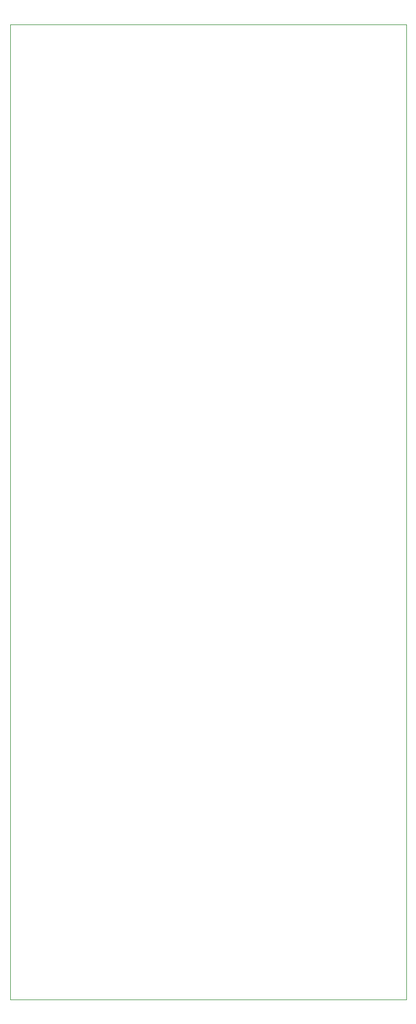
<source format=gbr>
%TF.GenerationSoftware,KiCad,Pcbnew,5.1.6-c6e7f7d~87~ubuntu20.04.1*%
%TF.CreationDate,2020-10-18T20:27:09-04:00*%
%TF.ProjectId,stereoout,73746572-656f-46f7-9574-2e6b69636164,rev?*%
%TF.SameCoordinates,Original*%
%TF.FileFunction,Profile,NP*%
%FSLAX46Y46*%
G04 Gerber Fmt 4.6, Leading zero omitted, Abs format (unit mm)*
G04 Created by KiCad (PCBNEW 5.1.6-c6e7f7d~87~ubuntu20.04.1) date 2020-10-18 20:27:09*
%MOMM*%
%LPD*%
G01*
G04 APERTURE LIST*
%TA.AperFunction,Profile*%
%ADD10C,0.050000*%
%TD*%
G04 APERTURE END LIST*
D10*
X104000000Y-15000000D02*
X104000000Y-160000000D01*
X45000000Y-160000000D02*
X45000000Y-15000000D01*
X45000000Y-15000000D02*
X104000000Y-15000000D01*
X104000000Y-160000000D02*
X45000000Y-160000000D01*
M02*

</source>
